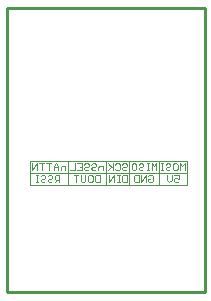
<source format=gbo>
G04*
G04 #@! TF.GenerationSoftware,Altium Limited,Altium Designer,22.10.1 (41)*
G04*
G04 Layer_Color=32896*
%FSLAX25Y25*%
%MOIN*%
G70*
G04*
G04 #@! TF.SameCoordinates,077065BD-E97D-4B40-AF25-1AFBA95EC0C4*
G04*
G04*
G04 #@! TF.FilePolarity,Positive*
G04*
G01*
G75*
%ADD15C,0.01000*%
%ADD31C,0.00394*%
%ADD32C,0.00472*%
D15*
X-33071Y-56693D02*
Y37971D01*
Y-56693D02*
X33071D01*
Y37971D01*
X-33071D02*
X33071D01*
D31*
X-25197Y-16929D02*
X27165D01*
X17717Y-20866D02*
Y-12992D01*
X7874Y-20866D02*
Y-12992D01*
X0Y-20866D02*
Y-12992D01*
X-12598Y-20866D02*
Y-12992D01*
X-25197Y-20866D02*
Y-12992D01*
Y-20866D02*
X27165D01*
Y-12992D01*
X-25197D02*
X27165D01*
D32*
X-15433Y-20000D02*
Y-17639D01*
X-16614D01*
X-17007Y-18032D01*
Y-18819D01*
X-16614Y-19213D01*
X-15433D01*
X-16220D02*
X-17007Y-20000D01*
X-19369Y-18032D02*
X-18975Y-17639D01*
X-18188D01*
X-17795Y-18032D01*
Y-18426D01*
X-18188Y-18819D01*
X-18975D01*
X-19369Y-19213D01*
Y-19606D01*
X-18975Y-20000D01*
X-18188D01*
X-17795Y-19606D01*
X-21730Y-18032D02*
X-21337Y-17639D01*
X-20549D01*
X-20156Y-18032D01*
Y-18426D01*
X-20549Y-18819D01*
X-21337D01*
X-21730Y-19213D01*
Y-19606D01*
X-21337Y-20000D01*
X-20549D01*
X-20156Y-19606D01*
X-22517Y-17639D02*
X-23304D01*
X-22911D01*
Y-20000D01*
X-22517D01*
X-23304D01*
X22756Y-17639D02*
X24331D01*
Y-18819D01*
X23544Y-18426D01*
X23150D01*
X22756Y-18819D01*
Y-19606D01*
X23150Y-20000D01*
X23937D01*
X24331Y-19606D01*
X21969Y-17639D02*
Y-19213D01*
X21182Y-20000D01*
X20395Y-19213D01*
Y-17639D01*
X7008D02*
Y-20000D01*
X5827D01*
X5434Y-19606D01*
Y-18032D01*
X5827Y-17639D01*
X7008D01*
X4646D02*
X3859D01*
X4253D01*
Y-20000D01*
X4646D01*
X3859D01*
X2679D02*
Y-17639D01*
X1104Y-20000D01*
Y-17639D01*
X14095Y-18032D02*
X14489Y-17639D01*
X15276D01*
X15669Y-18032D01*
Y-19606D01*
X15276Y-20000D01*
X14489D01*
X14095Y-19606D01*
Y-18819D01*
X14882D01*
X13308Y-20000D02*
Y-17639D01*
X11734Y-20000D01*
Y-17639D01*
X10946D02*
Y-20000D01*
X9766D01*
X9372Y-19606D01*
Y-18032D01*
X9766Y-17639D01*
X10946D01*
X-2047D02*
Y-20000D01*
X-3228D01*
X-3621Y-19606D01*
Y-18032D01*
X-3228Y-17639D01*
X-2047D01*
X-5589D02*
X-4802D01*
X-4409Y-18032D01*
Y-19606D01*
X-4802Y-20000D01*
X-5589D01*
X-5983Y-19606D01*
Y-18032D01*
X-5589Y-17639D01*
X-6770D02*
Y-19606D01*
X-7164Y-20000D01*
X-7951D01*
X-8344Y-19606D01*
Y-17639D01*
X-9132D02*
X-10706D01*
X-9919D01*
Y-20000D01*
X-866Y-16063D02*
Y-14489D01*
X-2047D01*
X-2440Y-14882D01*
Y-16063D01*
X-4802Y-14095D02*
X-4408Y-13702D01*
X-3621D01*
X-3228Y-14095D01*
Y-14489D01*
X-3621Y-14882D01*
X-4408D01*
X-4802Y-15276D01*
Y-15669D01*
X-4408Y-16063D01*
X-3621D01*
X-3228Y-15669D01*
X-7163Y-14095D02*
X-6770Y-13702D01*
X-5983D01*
X-5589Y-14095D01*
Y-14489D01*
X-5983Y-14882D01*
X-6770D01*
X-7163Y-15276D01*
Y-15669D01*
X-6770Y-16063D01*
X-5983D01*
X-5589Y-15669D01*
X-9525Y-13702D02*
X-7950D01*
Y-16063D01*
X-9525D01*
X-7950Y-14882D02*
X-8738D01*
X-10312Y-13702D02*
Y-16063D01*
X-11886D01*
X16850D02*
Y-13702D01*
X16063Y-14489D01*
X15276Y-13702D01*
Y-16063D01*
X14489Y-13702D02*
X13702D01*
X14095D01*
Y-16063D01*
X14489D01*
X13702D01*
X10947Y-14095D02*
X11340Y-13702D01*
X12128D01*
X12521Y-14095D01*
Y-14489D01*
X12128Y-14882D01*
X11340D01*
X10947Y-15276D01*
Y-15669D01*
X11340Y-16063D01*
X12128D01*
X12521Y-15669D01*
X8979Y-13702D02*
X9766D01*
X10160Y-14095D01*
Y-15669D01*
X9766Y-16063D01*
X8979D01*
X8585Y-15669D01*
Y-14095D01*
X8979Y-13702D01*
X5434Y-14095D02*
X5827Y-13702D01*
X6614D01*
X7008Y-14095D01*
Y-14489D01*
X6614Y-14882D01*
X5827D01*
X5434Y-15276D01*
Y-15669D01*
X5827Y-16063D01*
X6614D01*
X7008Y-15669D01*
X3072Y-14095D02*
X3466Y-13702D01*
X4253D01*
X4646Y-14095D01*
Y-15669D01*
X4253Y-16063D01*
X3466D01*
X3072Y-15669D01*
X2285Y-13702D02*
Y-16063D01*
Y-15276D01*
X711Y-13702D01*
X1891Y-14882D01*
X711Y-16063D01*
X26299D02*
Y-13702D01*
X25512Y-14489D01*
X24725Y-13702D01*
Y-16063D01*
X22757Y-13702D02*
X23544D01*
X23938Y-14095D01*
Y-15669D01*
X23544Y-16063D01*
X22757D01*
X22364Y-15669D01*
Y-14095D01*
X22757Y-13702D01*
X20002Y-14095D02*
X20396Y-13702D01*
X21183D01*
X21576Y-14095D01*
Y-14489D01*
X21183Y-14882D01*
X20396D01*
X20002Y-15276D01*
Y-15669D01*
X20396Y-16063D01*
X21183D01*
X21576Y-15669D01*
X19215Y-13702D02*
X18428D01*
X18821D01*
Y-16063D01*
X19215D01*
X18428D01*
X-13465D02*
Y-14489D01*
X-14645D01*
X-15039Y-14882D01*
Y-16063D01*
X-15826D02*
Y-14489D01*
X-16613Y-13702D01*
X-17400Y-14489D01*
Y-16063D01*
Y-14882D01*
X-15826D01*
X-18187Y-13702D02*
X-19762D01*
X-18975D01*
Y-16063D01*
X-20549Y-13702D02*
X-22123D01*
X-21336D01*
Y-16063D01*
X-22910D02*
Y-13702D01*
X-24485Y-16063D01*
Y-13702D01*
M02*

</source>
